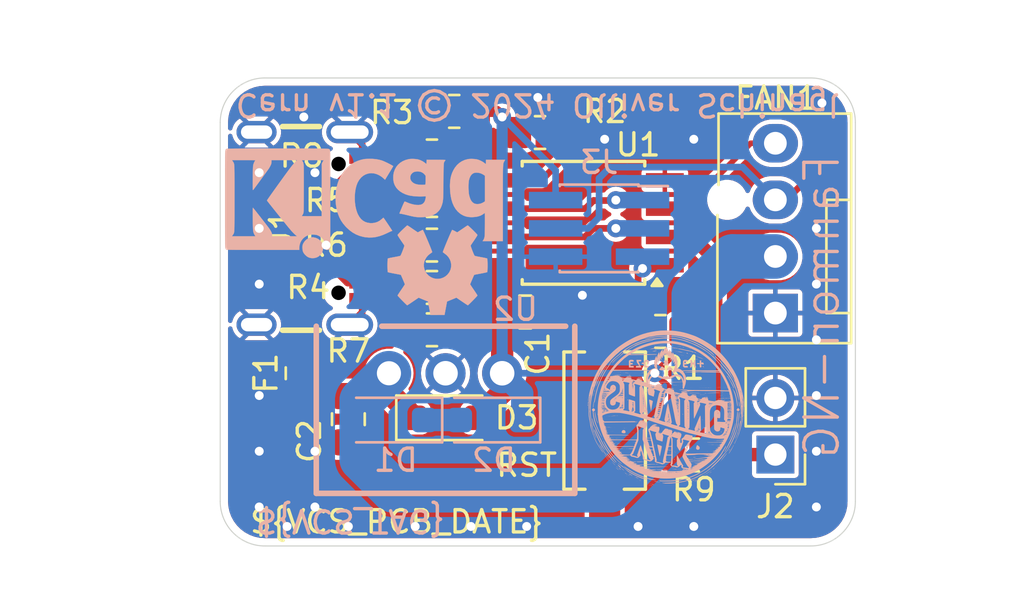
<source format=kicad_pcb>
(kicad_pcb
	(version 20240108)
	(generator "pcbnew")
	(generator_version "8.0")
	(general
		(thickness 1.6)
		(legacy_teardrops no)
	)
	(paper "A5")
	(title_block
		(title "Fanmon-NG")
		(date "${VCS_PCB_TIMEDATE}")
		(rev "${VCS_TAG}")
		(company "Yak Shaving https://yak-shaving.net")
		(comment 1 "Cern v1.1 © 2024 Olliver Schinagl")
		(comment 2 "https://gitlab.com/olliver/fanmon-ng_PCB")
	)
	(layers
		(0 "F.Cu" signal)
		(31 "B.Cu" signal)
		(32 "B.Adhes" user "B.Adhesive")
		(33 "F.Adhes" user "F.Adhesive")
		(34 "B.Paste" user)
		(35 "F.Paste" user)
		(36 "B.SilkS" user "B.Silkscreen")
		(37 "F.SilkS" user "F.Silkscreen")
		(38 "B.Mask" user)
		(39 "F.Mask" user)
		(40 "Dwgs.User" user "User.Drawings")
		(41 "Cmts.User" user "User.Comments")
		(42 "Eco1.User" user "User.Eco1")
		(43 "Eco2.User" user "User.Eco2")
		(44 "Edge.Cuts" user)
		(45 "Margin" user)
		(46 "B.CrtYd" user "B.Courtyard")
		(47 "F.CrtYd" user "F.Courtyard")
		(48 "B.Fab" user)
		(49 "F.Fab" user)
		(50 "User.1" user)
		(51 "User.2" user)
		(52 "User.3" user)
		(53 "User.4" user)
		(54 "User.5" user)
		(55 "User.6" user)
		(56 "User.7" user)
		(57 "User.8" user)
		(58 "User.9" user)
	)
	(setup
		(stackup
			(layer "F.SilkS"
				(type "Top Silk Screen")
			)
			(layer "F.Paste"
				(type "Top Solder Paste")
			)
			(layer "F.Mask"
				(type "Top Solder Mask")
				(thickness 0.01)
			)
			(layer "F.Cu"
				(type "copper")
				(thickness 0.035)
			)
			(layer "dielectric 1"
				(type "core")
				(thickness 1.51)
				(material "FR4")
				(epsilon_r 4.5)
				(loss_tangent 0.02)
			)
			(layer "B.Cu"
				(type "copper")
				(thickness 0.035)
			)
			(layer "B.Mask"
				(type "Bottom Solder Mask")
				(thickness 0.01)
			)
			(layer "B.Paste"
				(type "Bottom Solder Paste")
			)
			(layer "B.SilkS"
				(type "Bottom Silk Screen")
			)
			(copper_finish "None")
			(dielectric_constraints no)
		)
		(pad_to_mask_clearance 0)
		(allow_soldermask_bridges_in_footprints no)
		(grid_origin 105 62)
		(pcbplotparams
			(layerselection 0x00010fc_ffffffff)
			(plot_on_all_layers_selection 0x0000000_00000000)
			(disableapertmacros no)
			(usegerberextensions no)
			(usegerberattributes yes)
			(usegerberadvancedattributes yes)
			(creategerberjobfile yes)
			(dashed_line_dash_ratio 12.000000)
			(dashed_line_gap_ratio 3.000000)
			(svgprecision 6)
			(plotframeref no)
			(viasonmask no)
			(mode 1)
			(useauxorigin no)
			(hpglpennumber 1)
			(hpglpenspeed 20)
			(hpglpendiameter 15.000000)
			(pdf_front_fp_property_popups yes)
			(pdf_back_fp_property_popups yes)
			(dxfpolygonmode yes)
			(dxfimperialunits yes)
			(dxfusepcbnewfont yes)
			(psnegative no)
			(psa4output no)
			(plotreference yes)
			(plotvalue yes)
			(plotfptext yes)
			(plotinvisibletext no)
			(sketchpadsonfab no)
			(subtractmaskfromsilk no)
			(outputformat 1)
			(mirror no)
			(drillshape 1)
			(scaleselection 1)
			(outputdirectory "")
		)
	)
	(net 0 "")
	(net 1 "GND")
	(net 2 "+3V3")
	(net 3 "VBUS")
	(net 4 "Net-(D1-K)")
	(net 5 "Net-(F1-Pad1)")
	(net 6 "PWM1")
	(net 7 "FAN1")
	(net 8 "TEMP1")
	(net 9 "~{RST}")
	(net 10 "unconnected-(J1-SBU1-PadA8)")
	(net 11 "Net-(J1-CC2)")
	(net 12 "Net-(J1-CC1)")
	(net 13 "Net-(J1-D+-PadA6)")
	(net 14 "Net-(J1-D--PadA7)")
	(net 15 "unconnected-(J1-SBU2-PadB8)")
	(net 16 "D-")
	(net 17 "D+")
	(net 18 "MISO")
	(net 19 "MOSI")
	(net 20 "SCK")
	(footprint "Resistor_SMD:R_0805_2012Metric_Pad1.20x1.40mm_HandSolder" (layer "F.Cu") (at 112 68.415))
	(footprint "Resistor_SMD:R_0805_2012Metric_Pad1.20x1.40mm_HandSolder" (layer "F.Cu") (at 100.25 57))
	(footprint "Resistor_SMD:R_0805_2012Metric_Pad1.20x1.40mm_HandSolder" (layer "F.Cu") (at 100.25 60.9 180))
	(footprint "Resistor_SMD:R_0805_2012Metric_Pad1.20x1.40mm_HandSolder" (layer "F.Cu") (at 101.25 53 180))
	(footprint "NetTie:NetTie-2_SMD_Pad0.5mm" (layer "F.Cu") (at 108 57 180))
	(footprint "Resistor_SMD:R_0805_2012Metric_Pad1.20x1.40mm_HandSolder" (layer "F.Cu") (at 110.5 62.875 180))
	(footprint "lcsc:USB-C-SMD_MC-311D" (layer "F.Cu") (at 94.75 58.25 -90))
	(footprint "Connector_PinHeader_2.54mm:PinHeader_1x02_P2.54mm_Vertical" (layer "F.Cu") (at 115.66 68.4 180))
	(footprint "Capacitor_SMD:C_0805_2012Metric_Pad1.18x1.45mm_HandSolder" (layer "F.Cu") (at 96.5 66.8125 -90))
	(footprint "Capacitor_SMD:C_0805_2012Metric_Pad1.18x1.45mm_HandSolder" (layer "F.Cu") (at 104.4375 62))
	(footprint "Resistor_SMD:R_0805_2012Metric_Pad1.20x1.40mm_HandSolder" (layer "F.Cu") (at 100.25 55))
	(footprint "Resistor_SMD:R_0805_2012Metric_Pad1.20x1.40mm_HandSolder" (layer "F.Cu") (at 100.25 62.8 180))
	(footprint "lcsc:SW-SMD_L6.0-W3.5-LS8.0" (layer "F.Cu") (at 108 66.875 -90))
	(footprint "Diode_SMD:D_SOD-123F" (layer "F.Cu") (at 100.86 66.75))
	(footprint "Resistor_SMD:R_0805_2012Metric_Pad1.20x1.40mm_HandSolder" (layer "F.Cu") (at 100.25 59 180))
	(footprint "Resistor_SMD:R_0805_2012Metric_Pad1.20x1.40mm_HandSolder" (layer "F.Cu") (at 105.1 53.95))
	(footprint "Package_SO:SOIC-8W_5.3x5.3mm_P1.27mm" (layer "F.Cu") (at 107.05 58 180))
	(footprint "Fuse:Fuse_0805_2012Metric_Pad1.15x1.40mm_HandSolder" (layer "F.Cu") (at 94.4 64.75 -90))
	(footprint "Connector:FanPinHeader_1x04_P2.54mm_Vertical" (layer "F.Cu") (at 115.66 62.05 90))
	(footprint "NetTie:NetTie-2_SMD_Pad0.5mm" (layer "F.Cu") (at 108 58.25 180))
	(footprint "Connector_PinHeader_1.27mm:PinHeader_2x03_P1.27mm_Vertical_SMD" (layer "B.Cu") (at 107.75 58.25 180))
	(footprint "Symbol:OSHW-Logo_5.7x6mm_SilkScreen" (layer "B.Cu") (at 100.493725 59.122203))
	(footprint "Diode_SMD:D_SOD-123F" (layer "B.Cu") (at 102.9 66.85 180))
	(footprint "Diode_SMD:D_SOD-123F" (layer "B.Cu") (at 98.5 66.85 180))
	(footprint "LOGO"
		(layer "B.Cu")
		(uuid "803d6a13-e326-43e8-bd56-d0a104313743")
		(at 110.75 66.375)
		(property "Reference" "YS0"
			(at 0 0 0)
			(layer "B.SilkS")
			(hide yes)
			(uuid "fdef20e8-1b21-419a-8951-ab80fdd8725d")
			(effects
				(font
					(size 1.5 1.5)
					(thickness 0.3)
				)
				(justify mirror)
			)
		)
		(property "Value" "LOGO"
			(at 0.75 0 0)
			(layer "B.SilkS")
			(hide yes)
			(uuid "6cb5f2e6-9405-4008-ba64-a74ed1e9562f")
			(effects
				(font
					(size 1.5 1.5)
					(thickness 0.3)
				)
				(justify mirror)
			)
		)
		(property "Footprint" ""
			(at 0 0 0)
			(layer "B.Fab")
			(hide yes)
			(uuid "9c55eb50-8728-4a95-b358-2e91f69a6c18")
			(effects
				(font
					(size 1.27 1.27)
					(thickness 0.15)
				)
				(justify mirror)
			)
		)
		(property "Datasheet" ""
			(at 0 0 0)
			(layer "B.Fab")
			(hide yes)
			(uuid "2be5e350-f81c-43b1-bed3-fb61b73db9f0")
			(effects
				(font
					(size 1.27 1.27)
					(thickness 0.15)
				)
				(justify mirror)
			)
		)
		(property "Description" ""
			(at 0 0 0)
			(layer "B.Fab")
			(hide yes)
			(uuid "eeee359d-6732-4af6-b83d-327649c21d0f")
			(effects
				(font
					(size 1.27 1.27)
					(thickness 0.15)
				)
				(justify mirror)
			)
		)
		(attr board_only exclude_from_pos_files exclude_from_bom)
		(fp_poly
			(pts
				(xy -3.509258 0.201471) (xy -3.512921 0.197807) (xy -3.516585 0.201471) (xy -3.512921 0.205134)
			)
			(stroke
				(width 0)
				(type solid)
			)
			(fill solid)
			(layer "B.SilkS")
			(uuid "5d9b1564-fcfa-4c1c-b60f-0f2d3761bf56")
		)
		(fp_poly
			(pts
				(xy -3.501932 -0.106231) (xy -3.505595 -0.109894) (xy -3.509258 -0.106231) (xy -3.505595 -0.102568)
			)
			(stroke
				(width 0)
				(type solid)
			)
			(fill solid)
			(layer "B.SilkS")
			(uuid "511a25b9-5128-480e-b96f-e41e732faeab")
		)
		(fp_poly
			(pts
				(xy -3.501932 0.289385) (xy -3.505595 0.285722) (xy -3.509258 0.289385) (xy -3.505595 0.293048)
			)
			(stroke
				(width 0)
				(type solid)
			)
			(fill solid)
			(layer "B.SilkS")
			(uuid "2854bae5-1410-4bb4-817f-a11f3b919773")
		)
		(fp_poly
			(pts
				(xy -3.465301 0.538477) (xy -3.468964 0.534814) (xy -3.472627 0.538477) (xy -3.468964 0.54214)
			)
			(stroke
				(width 0)
				(type solid)
			)
			(fill solid)
			(layer "B.SilkS")
			(uuid "a9dc5c99-4165-47d4-8fe8-d80c0e4d954b")
		)
		(fp_poly
			(pts
				(xy -3.164926 -0.94142) (xy -3.168589 -0.945083) (xy -3.172252 -0.94142) (xy -3.168589 -0.937756)
			)
			(stroke
				(width 0)
				(type solid)
			)
			(fill solid)
			(layer "B.SilkS")
			(uuid "1a751c13-a04b-4a1e-b4b4-54401719f86f")
		)
		(fp_poly
			(pts
				(xy -3.1576 -0.956072) (xy -3.161263 -0.959735) (xy -3.164926 -0.956072) (xy -3.161263 -0.952409)
			)
			(stroke
				(width 0)
				(type solid)
			)
			(fill solid)
			(layer "B.SilkS")
			(uuid "d80e9a34-b506-4bbc-9f8c-e0bb19f78355")
		)
		(fp_poly
			(pts
				(xy -3.135621 -1.322383) (xy -3.139284 -1.326046) (xy -3.142947 -1.322383) (xy -3.139284 -1.31872)
			)
			(stroke
				(width 0)
				(type solid)
			)
			(fill solid)
			(layer "B.SilkS")
			(uuid "5366eef4-98a7-4168-9d1a-0fbbd039772b")
		)
		(fp_poly
			(pts
				(xy -3.091664 1.373666) (xy -3.095327 1.370002) (xy -3.09899 1.373666) (xy -3.095327 1.377329)
			)
			(stroke
				(width 0)
				(type solid)
			)
			(fill solid)
			(layer "B.SilkS")
			(uuid "f7ee468e-5620-4d49-b696-4a8b51a8dcc9")
		)
		(fp_poly
			(pts
				(xy -3.011075 1.52019) (xy -3.014739 1.516527) (xy -3.018402 1.52019) (xy -3.014739 1.523853)
			)
			(stroke
				(width 0)
				(type solid)
			)
			(fill solid)
			(layer "B.SilkS")
			(uuid "193957c7-dabc-4d58-8212-3fc7ebe478ea")
		)
		(fp_poly
			(pts
				(xy -2.981771 -1.652063) (xy -2.985434 -1.655726) (xy -2.989097 -1.652063) (xy -2.985434 -1.6484)
			)
			(stroke
				(width 0)
				(type solid)
			)
			(fill solid)
			(layer "B.SilkS")
			(uuid "b0e63500-596d-42db-b070-7ac4935760e1")
		)
		(fp_poly
			(pts
				(xy -2.842572 -0.399279) (xy -2.846235 -0.402942) (xy -2.849899 -0.399279) (xy -2.846235 -0.395616)
			)
			(stroke
				(width 0)
				(type solid)
			)
			(fill solid)
			(layer "B.SilkS")
			(uuid "a244c31f-38cb-4c60-947c-9396eb92532d")
		)
		(fp_poly
			(pts
				(xy -2.835246 -0.560456) (xy -2.838909 -0.564119) (xy -2.842572 -0.560456) (xy -2.838909 -0.556793)
			)
			(stroke
				(width 0)
				(type solid)
			)
			(fill solid)
			(layer "B.SilkS")
			(uuid "71798489-3e0a-40ec-a947-488eba5086f7")
		)
		(fp_poly
			(pts
				(xy -2.820594 -0.28206) (xy -2.824257 -0.285723) (xy -2.82792 -0.28206) (xy -2.824257 -0.278397)
			)
			(stroke
				(width 0)
				(type solid)
			)
			(fill solid)
			(layer "B.SilkS")
			(uuid "f74bde50-6bc9-4283-8cd6-fd6eb44407ab")
		)
		(fp_poly
			(pts
				(xy -2.813268 0.289385) (xy -2.816931 0.285722) (xy -2.820594 0.289385) (xy -2.816931 0.293048)
			)
			(stroke
				(width 0)
				(type solid)
			)
			(fill solid)
			(layer "B.SilkS")
			(uuid "074e9fa3-ab57-460d-b770-85b5b97fdaa7")
		)
		(fp_poly
			(pts
				(xy -2.798615 -0.16484) (xy -2.802278 -0.168503) (xy -2.805941 -0.16484) (xy -2.802278 -0.161177)
			)
			(stroke
				(width 0)
				(type solid)
			)
			(fill solid)
			(layer "B.SilkS")
			(uuid "2dda813c-665f-4d5d-ad31-32ad60e30955")
		)
		(fp_poly
			(pts
				(xy -2.791289 -0.01099) (xy -2.794952 -0.014653) (xy -2.798615 -0.01099) (xy -2.794952 -0.007327)
			)
			(stroke
				(width 0)
				(type solid)
			)
			(fill solid)
			(layer "B.SilkS")
			(uuid "3b7d1da7-58f1-4544-ac5e-2a519af5114c")
		)
		(fp_poly
			(pts
				(xy -2.76931 -0.897462) (xy -2.772973 -0.901125) (xy -2.776636 -0.897462) (xy -2.772973 -0.893799)
			)
			(stroke
				(width 0)
				(type solid)
			)
			(fill solid)
			(layer "B.SilkS")
			(uuid "8c62cbb6-57db-4f2f-8a8f-55f22a780920")
		)
		(fp_poly
			(pts
				(xy -2.761984 0.53115) (xy -2.765647 0.527487) (xy -2.76931 0.53115) (xy -2.765647 0.534814)
			)
			(stroke
				(width 0)
				(type solid)
			)
			(fill solid)
			(layer "B.SilkS")
			(uuid "1a3e85c8-64e4-4d74-8642-d5168515fca6")
		)
		(fp_poly
			(pts
				(xy -2.740005 -0.721633) (xy -2.743668 -0.725296) (xy -2.747332 -0.721633) (xy -2.743668 -0.71797)
			)
			(stroke
				(width 0)
				(type solid)
			)
			(fill solid)
			(layer "B.SilkS")
			(uuid "9e5199bd-4fff-497f-ae34-020464cf0463")
		)
		(fp_poly
			(pts
				(xy -2.740005 0.677675) (xy -2.743668 0.674012) (xy -2.747332 0.677675) (xy -2.743668 0.681338)
			)
			(stroke
				(width 0)
				(type solid)
			)
			(fill solid)
			(layer "B.SilkS")
			(uuid "faba4d36-a0cd-469d-bbf5-b62e474afb34")
		)
		(fp_poly
			(pts
				(xy -2.732679 -0.641045) (xy -2.736342 -0.644708) (xy -2.740005 -0.641045) (xy -2.736342 -0.637381)
			)
			(stroke
				(width 0)
				(type solid)
			)
			(fill solid)
			(layer "B.SilkS")
			(uuid "cf1589fe-b551-47d4-b532-3458361c855d")
		)
		(fp_poly
			(pts
				(xy -2.732679 -0.01099) (xy -2.736342 -0.014653) (xy -2.740005 -0.01099) (xy -2.736342 -0.007327)
			)
			(stroke
				(width 0)
				(type solid)
			)
			(fill solid)
			(layer "B.SilkS")
			(uuid "82304bfe-b40a-4466-bbc9-80efc37bd75b")
		)
		(fp_poly
			(pts
				(xy -2.725353 -0.787569) (xy -2.729016 -0.791232) (xy -2.732679 -0.787569) (xy -2.729016 -0.783906)
			)
			(stroke
				(width 0)
				(type solid)
			)
			(fill solid)
			(layer "B.SilkS")
			(uuid "3955684a-e968-479c-9e5a-4989eb444e5c")
		)
		(fp_poly
			(pts
				(xy -2.725353 -0.567782) (xy -2.729016 -0.571445) (xy -2.732679 -0.567782) (xy -2.729016 -0.564119)
			)
			(stroke
				(width 0)
				(type solid)
			)
			(fill solid)
			(layer "B.SilkS")
			(uuid "1379731d-48d8-49d9-81e3-c5c89e9f5a5e")
		)
		(fp_poly
			(pts
				(xy -2.696048 -0.721633) (xy -2.699711 -0.725296) (xy -2.703374 -0.721633) (xy -2.699711 -0.71797)
			)
			(stroke
				(width 0)
				(type solid)
			)
			(fill solid)
			(layer "B.SilkS")
			(uuid "406ae91a-aa57-47f2-936b-ca9177820438")
		)
		(fp_poly
			(pts
				(xy -2.688722 -0.047621) (xy -2.692385 -0.051284) (xy -2.696048 -0.047621) (xy -2.692385 -0.043958)
			)
			(stroke
				(width 0)
				(type solid)
			)
			(fill solid)
			(layer "B.SilkS")
			(uuid "02f195ed-054d-4296-a398-3d94e46f1c43")
		)
		(fp_poly
			(pts
				(xy -2.659417 -0.860831) (xy -2.66308 -0.864494) (xy -2.666743 -0.860831) (xy -2.66308 -0.857168)
			)
			(stroke
				(width 0)
				(type solid)
			)
			(fill solid)
			(layer "B.SilkS")
			(uuid "141c6eb6-72e8-40f6-92ec-4518a40c0988")
		)
		(fp_poly
			(pts
				(xy -2.659417 0.882809) (xy -2.66308 0.879146) (xy -2.666743 0.882809) (xy -2.66308 0.886472)
			)
			(stroke
				(width 0)
				(type solid)
			)
			(fill solid)
			(layer "B.SilkS")
			(uuid "f6753e6b-f712-417f-978f-f17507bd1398")
		)
		(fp_poly
			(pts
				(xy -2.659417 1.959763) (xy -2.66308 1.9561) (xy -2.666743 1.959763) (xy -2.66308 1.963426)
			)
			(stroke
				(width 0)
				(type solid)
			)
			(fill solid)
			(layer "B.SilkS")
			(uuid "7481a68b-75da-48fc-954f-5be2abe0bcc1")
		)
		(fp_poly
			(pts
				(xy -2.644764 0.296711) (xy -2.648428 0.293048) (xy -2.652091 0.296711) (xy -2.648428 0.300375)
			)
			(stroke
				(width 0)
				(type solid)
			)
			(fill solid)
			(layer "B.SilkS")
			(uuid "42fd24e6-e0fb-4fb2-b6f3-4c592e87b08b")
		)
		(fp_poly
			(pts
				(xy -2.637438 1.014681) (xy -2.641101 1.011018) (xy -2.644764 1.014681) (xy -2.641101 1.018344)
			)
			(stroke
				(width 0)
				(type solid)
			)
			(fill solid)
			(layer "B.SilkS")
			(uuid "40105fa4-c5f5-4b8b-9513-6bd503699197")
		)
		(fp_poly
			(pts
				(xy -2.630112 0.296711) (xy -2.633775 0.293048) (xy -2.637438 0.296711) (xy -2.633775 0.300375)
			)
			(stroke
				(width 0)
				(type solid)
			)
			(fill solid)
			(layer "B.SilkS")
			(uuid "b385f339-4103-4983-add8-e0d1900a79bf")
		)
		(fp_poly
			(pts
				(xy -2.630112 0.956071) (xy -2.633775 0.952408) (xy -2.637438 0.956071) (xy -2.633775 0.959734)
			)
			(stroke
				(width 0)
				(type solid)
			)
			(fill solid)
			(layer "B.SilkS")
			(uuid "db7d04d3-d0fb-4703-a969-394572f9cccc")
		)
		(fp_poly
			(pts
				(xy -2.608133 0.956071) (xy -2.611797 0.952408) (xy -2.61546 0.956071) (xy -2.611797 0.959734)
			)
			(stroke
				(width 0)
				(type solid)
			)
			(fill solid)
			(layer "B.SilkS")
			(uuid "8b893435-0ce6-48fa-a6c4-0a7206b7b03b")
		)
		(fp_poly
			(pts
				(xy -2.593481 0.054946) (xy -2.597144 0.051283) (xy -2.600807 0.054946) (xy -2.597144 0.058609)
			)
			(stroke
				(width 0)
				(type solid)
			)
			(fill solid)
			(layer "B.SilkS")
			(uuid "9551722d-8a09-49d0-ba0c-48c9ec964ad5")
		)
		(fp_poly
			(pts
				(xy -2.593481 1.102595) (xy -2.597144 1.098932) (xy -2.600807 1.102595) (xy -2.597144 1.106259)
			)
			(stroke
				(width 0)
				(type solid)
			)
			(fill solid)
			(layer "B.SilkS")
			(uuid "54efb854-e29b-4f2f-84d6-4590db57a28b")
		)
		(fp_poly
			(pts
				(xy -2.55685 -0.816874) (xy -2.560513 -0.820537) (xy -2.564176 -0.816874) (xy -2.560513 -0.813211)
			)
			(stroke
				(width 0)
				(type solid)
			)
			(fill solid)
			(layer "B.SilkS")
			(uuid "5333b6ab-eafd-4ba6-967c-67a5f7b3f6bf")
		)
		(fp_poly
			(pts
				(xy -2.512893 0.304038) (xy -2.516556 0.300375) (xy -2.520219 0.304038) (xy -2.516556 0.307701)
			)
			(stroke
				(width 0)
				(type solid)
			)
			(fill solid)
			(layer "B.SilkS")
			(uuid "fe4fedd0-5eb0-4a6f-a6d7-f36cf1948cf0")
		)
		(fp_poly
			(pts
				(xy -2.505566 1.241794) (xy -2.509229 1.238131) (xy -2.512893 1.241794) (xy -2.509229 1.245457)
			)
			(stroke
				(width 0)
				(type solid)
			)
			(fill solid)
			(layer "B.SilkS")
			(uuid "5475b12f-7241-4f98-ad73-74da21bf4b38")
		)
		(fp_poly
			(pts
				(xy -2.505566 2.252812) (xy -2.509229 2.249149) (xy -2.512893 2.252812) (xy -2.509229 2.256475)
			)
			(stroke
				(width 0)
				(type solid)
			)
			(fill solid)
			(layer "B.SilkS")
			(uuid "ddb151b1-c81f-4ecb-b763-683cf6b170b9")
		)
		(fp_poly
			(pts
				(xy -2.505566 2.399336) (xy -2.509229 2.395673) (xy -2.512893 2.399336) (xy -2.509229 2.402999)
			)
			(stroke
				(width 0)
				(type solid)
			)
			(fill solid)
			(layer "B.SilkS")
			(uuid "7b6ea48b-2c32-4be2-83a8-b55fd68dd47f")
		)
		(fp_poly
			(pts
				(xy -2.49824 0.304038) (xy -2.501903 0.300375) (xy -2.505566 0.304038) (xy -2.501903 0.307701)
			)
			(stroke
				(width 0)
				(type solid)
			)
			(fill solid)
			(layer "B.SilkS")
			(uuid "0e1a4294-8bb0-4153-bf1f-26fcf00222b2")
		)
		(fp_poly
			(pts
				(xy -2.490914 2.413989) (xy -2.494577 2.410325) (xy -2.49824 2.413989) (xy -2.494577 2.417652)
			)
			(stroke
				(width 0)
				(type solid)
			)
			(fill solid)
			(layer "B.SilkS")
			(uuid "08672ff7-5120-4874-bde1-b01ab426718d")
		)
		(fp_poly
			(pts
				(xy -2.483588 0.296711) (xy -2.487251 0.293048) (xy -2.490914 0.296711) (xy -2.487251 0.300375)
			)
			(stroke
				(width 0)
				(type solid)
			)
			(fill solid)
			(layer "B.SilkS")
			(uuid "125dcff1-6708-4dd6-baa5-46306152d59c")
		)
		(fp_poly
			(pts
				(xy -2.483588 0.97805) (xy -2.487251 0.974387) (xy -2.490914 0.97805) (xy -2.487251 0.981713)
			)
			(stroke
				(width 0)
				(type solid)
			)
			(fill solid)
			(layer "B.SilkS")
			(uuid "aa385037-81a9-45c8-b586-ba1d01ecf2e3")
		)
		(fp_poly
			(pts
				(xy -2.468935 -1.542169) (xy -2.472598 -1.545833) (xy -2.476261 -1.542169) (xy -2.472598 -1.538506)
			)
			(stroke
				(width 0)
				(type solid)
			)
			(fill solid)
			(layer "B.SilkS")
			(uuid "b724dba0-97d0-4ff4-a863-91903d2ba556")
		)
		(fp_poly
			(pts
				(xy -2.468935 0.97805) (xy -2.472598 0.974387) (xy -2.476261 0.97805) (xy -2.472598 0.981713)
			)
			(stroke
				(width 0)
				(type solid)
			)
			(fill solid)
			(layer "B.SilkS")
			(uuid "2b1907c5-2c19-4e27-aaf2-fd524d64f225")
		)
		(fp_poly
			(pts
				(xy -2.468935 1.271098) (xy -2.472598 1.267435) (xy -2.476261 1.271098) (xy -2.472598 1.274762)
			)
			(stroke
				(width 0)
				(type solid)
			)
			(fill solid)
			(layer "B.SilkS")
			(uuid "a45e3dd7-45a2-4563-949e-72f43ae45b1f")
		)
		(fp_poly
			(pts
				(xy -2.454283 0.97805) (xy -2.457946 0.974387) (xy -2.461609 0.97805) (xy -2.457946 0.981713)
			)
			(stroke
				(width 0)
				(type solid)
			)
			(fill solid)
			(layer "B.SilkS")
			(uuid "37f0ac48-8a46-4f3d-ad08-28ffa4c2164b")
		)
		(fp_poly
			(pts
				(xy -2.432304 -1.571474) (xy -2.435967 -1.575137) (xy -2.43963 -1.571474) (xy -2.435967 -1.567811)
			)
			(stroke
				(width 0)
				(type solid)
			)
			(fill solid)
			(layer "B.SilkS")
			(uuid "d9989016-7074-4140-8ad2-cf6fd650c773")
		)
		(fp_poly
			(pts
				(xy -2.417652 0.970724) (xy -2.421315 0.96706) (xy -2.424978 0.970724) (xy -2.421315 0.974387)
			)
			(stroke
				(width 0)
				(type solid)
			)
			(fill solid)
			(layer "B.SilkS")
			(uuid "4a61a9a8-fe26-424a-a69c-370d3f60fb6b")
		)
		(fp_poly
			(pts
				(xy -2.417652 0.985376) (xy -2.421315 0.981713) (xy -2.424978 0.985376) (xy -2.421315 0.989039)
			)
			(stroke
				(width 0)
				(type solid)
			)
			(fill solid)
			(layer "B.SilkS")
			(uuid "1d54c0e4-415c-4051-bd61-48052feb8208")
		)
		(fp_poly
			(pts
				(xy -2.402999 0.816873) (xy -2.406662 0.81321) (xy -2.410325 0.816873) (xy -2.406662 0.820536)
			)
			(stroke
				(width 0)
				(type solid)
			)
			(fill solid)
			(layer "B.SilkS")
			(uuid "8efa8da9-f078-460a-91ee-b7faf647d9fe")
		)
		(fp_poly
			(pts
				(xy -2.402999 0.97805) (xy -2.406662 0.974387) (xy -2.410325 0.97805) (xy -2.406662 0.981713)
			)
			(stroke
				(width 0)
				(type solid)
			)
			(fill solid)
			(layer "B.SilkS")
			(uuid "553b08c8-ec48-4682-b540-fe86ddbb4958")
		)
		(fp_poly
			(pts
				(xy -2.395673 -1.63741) (xy -2.399336 -1.641073) (xy -2.402999 -1.63741) (xy -2.399336 -1.633747)
			)
			(stroke
				(width 0)
				(type solid)
			)
			(fill solid)
			(layer "B.SilkS")
			(uuid "8c261995-52f3-46e9-bc9b-b3c1ad5c3890")
		)
		(fp_poly
			(pts
				(xy -2.373694 0.824199) (xy -2.377358 0.820536) (xy -2.381021 0.824199) (xy -2.377358 0.827862)
			)
			(stroke
				(width 0)
				(type solid)
			)
			(fill solid)
			(layer "B.SilkS")
			(uuid "417ec07a-892f-4709-a8ef-08f0d7682368")
		)
		(fp_poly
			(pts
				(xy -2.366368 -1.564148) (xy -2.370031 -1.567811) (xy -2.373694 -1.564148) (xy -2.370031 -1.560485)
			)
			(stroke
				(width 0)
				(type solid)
			)
			(fill solid)
			(layer "B.SilkS")
			(uuid "8a1b4dc3-3def-4b4e-af5a-7fa9861150e1")
		)
		(fp_poly
			(pts
				(xy -2.366368 1.439602) (xy -2.370031 1.435938) (xy -2.373694 1.439602) (xy -2.370031 1.443265)
			)
			(stroke
				(width 0)
				(type solid)
			)
			(fill solid)
			(layer "B.SilkS")
			(uuid "1efd4fa2-944c-4b24-ac3b-92fab17bbd7a")
		)
		(fp_poly
			(pts
				(xy -2.351716 0.985376) (xy -2.355379 0.981713) (xy -2.359042 0.985376) (xy -2.355379 0.989039)
			)
			(stroke
				(width 0)
				(type solid)
			)
			(fill solid)
			(layer "B.SilkS")
			(uuid "ca05da9c-bac9-4b0a-b407-06d7a458790c")
		)
		(fp_poly
			(pts
				(xy -2.351716 1.285751) (xy -2.355379 1.282088) (xy -2.359042 1.285751) (xy -2.355379 1.289414)
			)
			(stroke
				(width 0)
				(type solid)
			)
			(fill solid)
			(layer "B.SilkS")
			(uuid "88b8a1b3-5e73-41d1-a817-440951e4732d")
		)
		(fp_poly
			(pts
				(xy -2.34439 1.439602) (xy -2.348053 1.435938) (xy -2.351716 1.439602) (xy -2.348053 1.443265)
			)
			(stroke
				(width 0)
				(type solid)
			)
			(fill solid)
			(layer "B.SilkS")
			(uuid "cf18da0a-04d7-4fe9-8d88-faaca83979c0")
		)
		(fp_poly
			(pts
				(xy -2.337063 1.285751) (xy -2.340726 1.282088) (xy -2.34439 1.285751) (xy -2.340726 1.289414)
			)
			(stroke
				(width 0)
				(type solid)
			)
			(fill solid)
			(layer "B.SilkS")
			(uuid "b7029f43-3a48-451a-9811-d770b428204e")
		)
		(fp_poly
			(pts
				(xy -2.293106 -1.527517) (xy -2.296769 -1.53118) (xy -2.300432 -1.527517) (xy -2.296769 -1.523854)
			)
			(stroke
				(width 0)
				(type solid)
			)
			(fill solid)
			(layer "B.SilkS")
			(uuid "11578459-7f93-42ad-9c90-ffd568f55569")
		)
		(fp_poly
			(pts
				(xy -2.28578 1.600778) (xy -2.289443 1.597115) (xy -2.293106 1.600778) (xy -2.289443 1.604441)
			)
			(stroke
				(width 0)
				(type solid)
			)
			(fill solid)
			(layer "B.SilkS")
			(uuid "e87ff4e3-112c-4fba-ab20-aaea94408bac")
		)
		(fp_poly
			(pts
				(xy -2.278454 1.549495) (xy -2.282117 1.545832) (xy -2.28578 1.549495) (xy -2.282117 1.553158)
			)
			(stroke
				(width 0)
				(type solid)
			)
			(fill solid)
			(layer "B.SilkS")
			(uuid "3af0ce4e-6bd4-45f0-979d-bba8d10f9081")
		)
		(fp_poly
			(pts
				(xy -2.271127 1.593452) (xy -2.27479 1.589789) (xy -2.278454 1.593452) (xy -2.27479 1.597115)
			)
			(stroke
				(width 0)
				(type solid)
			)
			(fill solid)
			(layer "B.SilkS")
			(uuid "e3ef778a-276e-4832-95d5-74c5a080782e")
		)
		(fp_poly
			(pts
				(xy -2.263801 0.816873) (xy -2.267464 0.81321) (xy -2.271127 0.816873) (xy -2.267464 0.820536)
			)
			(stroke
				(width 0)
				(type solid)
			)
			(fill solid)
			(layer "B.SilkS")
			(uuid "7bc0f07a-a542-4f5f-b8ae-6b94877e89b8")
		)
		(fp_poly
			(pts
				(xy -2.263801 1.630083) (xy -2.267464 1.62642) (xy -2.271127 1.630083) (xy -2.267464 1.633746)
			)
			(stroke
				(width 0)
				(type solid)
			)
			(fill solid)
			(layer "B.SilkS")
			(uuid "aca3b11a-ae46-4c6c-8e74-d895081dff53")
		)
		(fp_poly
			(pts
				(xy -2.263801 2.589818) (xy -2.267464 2.586155) (xy -2.271127 2.589818) (xy -2.267464 2.593481)
			)
			(stroke
				(width 0)
				(type solid)
			)
			(fill solid)
			(layer "B.SilkS")
			(uuid "ffc439f3-30ac-43d9-88af-dc55e6cdd773")
		)
		(fp_poly
			(pts
				(xy -2.212518 1.542169) (xy -2.216181 1.538505) (xy -2.219844 1.542169) (xy -2.216181 1.545832)
			)
			(stroke
				(width 0)
				(type solid)
			)
			(fill solid)
			(layer "B.SilkS")
			(uuid "b67b4a37-8315-4f7b-a6c4-45869724ce15")
		)
		(fp_poly
			(pts
				(xy -2.205191 2.399336) (xy -2.208854 2.395673) (xy -2.212518 2.399336) (xy -2.208854 2.402999)
			)
			(stroke
				(width 0)
				(type solid)
			)
			(fill solid)
			(layer "B.SilkS")
			(uuid "afdd2bb7-4cfe-463e-8f4c-a44689aa8567")
		)
		(fp_poly
			(pts
				(xy -2.197865 -1.622758) (xy -2.201528 -1.626421) (xy -2.205191 -1.622758) (xy -2.201528 -1.619095)
			)
			(stroke
				(width 0)
				(type solid)
			)
			(fill solid)
			(layer "B.SilkS")
			(uuid "86de6df7-bfdc-469a-94ea-fc082f38ba65")
		)
		(fp_poly
			(pts
				(xy -2.183213 -1.578801) (xy -2.186876 -1.582464) (xy -2.190539 -1.578801) (xy -2.186876 -1.575137)
			)
			(stroke
				(width 0)
				(type solid)
			)
			(fill solid)
			(layer "B.SilkS")
			(uuid "15c8b58a-2299-4ba6-ae6f-3f223206eba4")
		)
		(fp_poly
			(pts
				(xy -2.175886 -1.600779) (xy -2.17955 -1.604442) (xy -2.183213 -1.600779) (xy -2.17955 -1.597116)
			)
			(stroke
				(width 0)
				(type solid)
			)
			(fill solid)
			(layer "B.SilkS")
			(uuid "33f9b170-4dc0-417a-be06-25566a062f03")
		)
		(fp_poly
			(pts
				(xy -2.16856 -1.652063) (xy -2.172223 -1.655726) (xy -2.175886 -1.652063) (xy -2.172223 -1.6484)
			)
			(stroke
				(width 0)
				(type solid)
			)
			(fill solid)
			(layer "B.SilkS")
			(uuid "123b450a-cf28-4b7d-9376-d73b69eafc9f")
		)
		(fp_poly
			(pts
				(xy -2.161234 2.509229) (xy -2.164897 2.505566) (xy -2.16856 2.509229) (xy -2.164897 2.512893)
			)
			(stroke
				(width 0)
				(type solid)
			)
			(fill solid)
			(layer "B.SilkS")
			(uuid "8f594f79-24e4-4e6b-82e1-03223c2d75b3")
		)
		(fp_poly
			(pts
				(xy -2.139255 0.282059) (xy -2.142919 0.278396) (xy -2.146582 0.282059) (xy -2.142919 0.285722)
			)
			(stroke
				(width 0)
				(type solid)
			)
			(fill solid)
			(layer "B.SilkS")
			(uuid "8e37ce99-b2c3-4466-952e-96b61bb9a019")
		)
		(fp_poly
			(pts
				(xy -2.124603 1.769281) (xy -2.128266 1.765618) (xy -2.131929 1.769281) (xy -2.128266 1.772944)
			)
			(stroke
				(width 0)
				(type solid)
			)
			(fill solid)
			(layer "B.SilkS")
			(uuid "ccd48abb-2766-4361-b97f-aa866942bed4")
		)
		(fp_poly
			(pts
				(xy -2.117277 -1.659389) (xy -2.12094 -1.663052) (xy -2.124603 -1.659389) (xy -2.12094 -1.655726)
			)
			(stroke
				(width 0)
				(type solid)
			)
			(fill solid)
			(layer "B.SilkS")
			(uuid "f048641b-62f2-4082-8fce-a05682397e80")
		)
		(fp_poly
			(pts
				(xy -2.117277 -1.600779) (xy -2.12094 -1.604442) (xy -2.124603 -1.600779) (xy -2.12094 -1.597116)
			)
			(stroke
				(width 0)
				(type solid)
			)
			(fill solid)
			(layer "B.SilkS")
			(uuid "99920a5e-be5d-49bc-8920-7e776d991ba4")
		)
		(fp_poly
			(pts
				(xy -2.117277 1.293077) (xy -2.12094 1.289414) (xy -2.124603 1.293077) (xy -2.12094 1.29674)
			)
			(stroke
				(width 0)
				(type solid)
			)
			(fill solid)
			(layer "B.SilkS")
			(uuid "124b6274-56c2-4fd1-90e4-744759ab0964")
		)
		(fp_poly
			(pts
				(xy -2.109951 -1.630084) (xy -2.113614 -1.633747) (xy -2.117277 -1.630084) (xy -2.113614 -1.626421)
			)
			(stroke
				(width 0)
				(type solid)
			)
			(fill solid)
			(layer "B.SilkS")
			(uuid "8541f871-9332-4c2d-9c04-08695b3fab42")
		)
		(fp_poly
			(pts
				(xy -2.109951 2.714364) (xy -2.113614 2.7107) (xy -2.117277 2.714364) (xy -2.113614 2.718027)
			)
			(stroke
				(width 0)
				(type solid)
			)
			(fill solid)
			(layer "B.SilkS")
			(uuid "4909539d-8a79-42c8-945d-17057cb9d53e")
		)
		(fp_poly
			(pts
				(xy -2.102624 -1.659389) (xy -2.106287 -1.663052) (xy -2.109951 -1.659389) (xy -2.106287 -1.655726)
			)
			(stroke
				(width 0)
				(type solid)
			)
			(fill solid)
			(layer "B.SilkS")
			(uuid "9a3694be-3097-4e70-8344-8099aa04d130")
		)
		(fp_poly
			(pts
				(xy -2.080646 1.293077) (xy -2.084309 1.289414) (xy -2.087972 1.293077) (xy -2.084309 1.29674)
			)
			(stroke
				(width 0)
				(type solid)
			)
			(fill solid)
			(layer "B.SilkS")
			(uuid "e60f99e9-9101-4b62-9f91-c3893afe3d04")
		)
		(fp_poly
			(pts
				(xy -2.058667 0.267407) (xy -2.06233 0.263743) (xy -2.065993 0.267407) (xy -2.06233 0.27107)
			)
			(stroke
				(width 0)
				(type solid)
			)
			(fill solid)
			(layer "B.SilkS")
			(uuid "a60f4ce3-b002-4ac4-919e-375b74ffc406")
		)
		(fp_poly
			(pts
				(xy -2.051341 -0.054947) (xy -2.055004 -0.05861) (xy -2.058667 -0.054947) (xy -2.055004 -0.051284)
			)
			(stroke
				(width 0)
				(type solid)
			)
			(fill solid)
			(layer "B.SilkS")
			(uuid "a3948e4e-7a3b-495a-872b-f7731e423998")
		)
		(fp_poly
			(pts
				(xy -2.051341 1.293077) (xy -2.055004 1.289414) (xy -2.058667 1.293077) (xy -2.055004 1.29674)
			)
			(stroke
				(width 0)
				(type solid)
			)
			(fill solid)
			(layer "B.SilkS")
			(uuid "d57c28dd-0f2f-4048-beb8-b7001d9903af")
		)
		(fp_poly
			(pts
				(xy -2.029362 0.267407) (xy -2.033025 0.263743) (xy -2.036688 0.267407) (xy -2.033025 0.27107)
			)
			(stroke
				(width 0)
				(type solid)
			)
			(fill solid)
			(layer "B.SilkS")
			(uuid "3a4513d1-a26c-49a7-9560-4ae6ad606f58")
		)
		(fp_poly
			(pts
				(xy -2.022036 -1.527517) (xy -2.025699 -1.53118) (xy -2.029362 -1.527517) (xy -2.025699 -1.523854)
			)
			(stroke
				(width 0)
				(type solid)
			)
			(fill solid)
			(layer "B.SilkS")
			(uuid "e2560617-0979-4e01-800b-f422415d9770")
		)
		(fp_poly
			(pts
				(xy -2.022036 -0.0696) (xy -2.025699 -0.073263) (xy -2.029362 -0.0696) (xy -2.025699 -0.065936)
			)
			(stroke
				(width 0)
				(type solid)
			)
			(fill solid)
			(layer "B.SilkS")
			(uuid "3ccc7ad3-1699-41f8-83e2-fae75958a6bd")
		)
		(fp_poly
			(pts
				(xy -2.007383 -1.454255) (xy -2.011047 -1.457918) (xy -2.01471 -1.454255) (xy -2.011047 -1.450592)
			)
			(stroke
				(width 0)
				(type solid)
			)
			(fill solid)
			(layer "B.SilkS")
			(uuid "b8355a51-7638-4df6-bacd-b4c64ae761b5")
		)
		(fp_poly
			(pts
				(xy -1.992731 -0.736285) (xy -1.996394 -0.739949) (xy -2.000057 -0.736285) (xy -1.996394 -0.732622)
			)
			(stroke
				(width 0)
				(type solid)
			)
			(fill solid)
			(layer "B.SilkS")
			(uuid "1c85c1b5-ac42-411f-a039-4abeadd1edb5")
		)
		(fp_poly
			(pts
				(xy -1.985405 1.556821) (xy -1.989068 1.553158) (xy -1.992731 1.556821) (xy -1.989068 1.560484)
			)
			(stroke
				(width 0)
				(type solid)
			)
			(fill solid)
			(layer "B.SilkS")
			(uuid "ebe6b568-be67-434d-8d32-90076ff78611")
		)
		(fp_poly
			(pts
				(xy -1.985405 1.90848) (xy -1.989068 1.904816) (xy -1.992731 1.90848) (xy -1.989068 1.912143)
			)
			(stroke
				(width 0)
				(type solid)
			)
			(fill solid)
			(layer "B.SilkS")
			(uuid "d66f2f03-fc9d-44c5-9ea3-b04664879c35")
		)
		(fp_poly
			(pts
				(xy -1.9561 1.90848) (xy -1.959763 1.904816) (xy -1.963426 1.90848) (xy -1.959763 1.912143)
			)
			(stroke
				(width 0)
				(type solid)
			)
			(fill solid)
			(layer "B.SilkS")
			(uuid "9642a166-a0fa-45b4-89af-8a67d2e671c6")
		)
		(fp_poly
			(pts
				(xy -1.948774 -0.216124) (xy -1.952437 -0.219787) (xy -1.9561 -0.216124) (xy -1.952437 -0.212461)
			)
			(stroke
				(width 0)
				(type solid)
			)
			(fill solid)
			(layer "B.SilkS")
			(uuid "60fd9fdf-f19a-461b-a3fe-4533b923a442")
		)
		(fp_poly
			(pts
				(xy -1.941447 -1.432276) (xy -1.945111 -1.435939) (xy -1.948774 -1.432276) (xy -1.945111 -1.428613)
			)
			(stroke
				(width 0)
				(type solid)
			)
			(fill solid)
			(layer "B.SilkS")
			(uuid "8700fded-373d-43d3-87ba-e7a7e4c8c17c")
		)
		(fp_poly
			(pts
				(xy -1.934121 0.838852) (xy -1.937784 0.835188) (xy -1.941447 0.838852) (xy -1.937784 0.842515)
			)
			(stroke
				(width 0)
				(type solid)
			)
			(fill solid)
			(layer "B.SilkS")
			(uuid "db2d55af-544f-415f-a062-d3d6b20744f0")
		)
		(fp_poly
			(pts
				(xy -1.926795 2.011047) (xy -1.930458 2.007383) (xy -1.934121 2.011047) (xy -1.930458 2.01471)
			)
			(stroke
				(width 0)
				(type solid)
			)
			(fill solid)
			(layer "B.SilkS")
			(uuid "278dc3a7-cef3-489b-8ae5-4886c32aa4a9")
		)
		(fp_poly
			(pts
				(xy -1.89749 1.996394) (xy -1.901153 1.992731) (xy -1.904816 1.996394) (xy -1.901153 2.000057)
			)
			(stroke
				(width 0)
				(type solid)
			)
			(fill solid)
			(layer "B.SilkS")
			(uuid "c8b9dbc8-bc3c-49ed-aace-08d132bcfb3b")
		)
		(fp_poly
			(pts
				(xy -1.890164 2.084309) (xy -1.893827 2.080646) (xy -1.89749 2.084309) (xy -1.893827 2.087972)
			)
			(stroke
				(width 0)
				(type solid)
			)
			(fill solid)
			(layer "B.SilkS")
			(uuid "498d94ea-c69c-4716-a408-5b4873e5d09d")
		)
		(fp_poly
			(pts
				(xy -1.882838 0.816873) (xy -1.886501 0.81321) (xy -1.890164 0.816873) (xy -1.886501 0.820536)
			)
			(stroke
				(width 0)
				(type solid)
			)
			(fill solid)
			(layer "B.SilkS")
			(uuid "a36a5bb7-5111-428c-aa1f-3f0d54b990c1")
		)
		(fp_poly
			(pts
				(xy -1.882838 2.011047) (xy -1.886501 2.007383) (xy -1.890164 2.011047) (xy -1.886501 2.01471)
			)
			(stroke
				(width 0)
				(type solid)
			)
			(fill solid)
			(layer "B.SilkS")
			(uuid "0f1c204f-12a5-4f33-836f-1d96d9a3b948")
		)
		(fp_poly
			(pts
				(xy -1.882838 2.098961) (xy -1.886501 2.095298) (xy -1.890164 2.098961) (xy -1.886501 2.102624)
			)
			(stroke
				(width 0)
				(type solid)
			)
			(fill solid)
			(layer "B.SilkS")
			(uuid "58c3074d-d3f2-46b0-87ab-82c4d0e4bc9f")
		)
		(fp_poly
			(pts
				(xy -1.868185 0.816873) (xy -1.871848 0.81321) (xy -1.875512 0.816873) (xy -1.871848 0.820536)
			)
			(stroke
				(width 0)
				(type solid)
			)
			(fill solid)
			(layer "B.SilkS")
			(uuid "174cfbc2-0d23-4b52-82b2-568d5afd2d87")
		)
		(fp_poly
			(pts
				(xy -1.846207 1.761955) (xy -1.84987 1.758292) (xy -1.853533 1.761955) (xy -1.84987 1.765618)
			)
			(stroke
				(width 0)
				(type solid)
			)
			(fill solid)
			(layer "B.SilkS")
			(uuid "414b31ae-6f03-4c95-b649-e8aa21574cb9")
		)
		(fp_poly
			(pts
				(xy -1.83888 2.098961) (xy -1.842544 2.095298) (xy -1.846207 2.098961) (xy -1.842544 2.102624)
			)
			(stroke
				(width 0)
				(type solid)
			)
			(fill solid)
			(layer "B.SilkS")
			(uuid "e6b1e9c2-1916-4b0a-913e-4ced190b6d94")
		)
		(fp_poly
			(pts
				(xy -1.824228 0.824199) (xy -1.827891 0.820536) (xy -1.831554 0.824199) (xy -1.827891 0.827862)
			)
			(stroke
				(width 0)
				(type solid)
			)
			(fill solid)
			(layer "B.SilkS")
			(uuid "67822e8f-3dd2-4dce-9f3f-69d606a43f6b")
		)
		(fp_poly
			(pts
				(xy -1.824228 2.076983) (xy -1.827891 2.073319) (xy -1.831554 2.076983) (xy -1.827891 2.080646)
			)
			(stroke
				(width 0)
				(type solid)
			)
			(fill solid)
			(layer "B.SilkS")
			(uuid "98df7d04-fc4d-4016-8c53-ee2a72914c14")
		)
		(fp_poly
			(pts
				(xy -1.809576 0.831525) (xy -1.813239 0.827862) (xy -1.816902 0.831525) (xy -1.813239 0.835188)
			)
			(stroke
				(width 0)
				(type solid)
			)
			(fill solid)
			(layer "B.SilkS")
			(uuid "6dd9ee08-932d-4cfe-8884-29ef0c8acdac")
		)
		(fp_poly
			(pts
				(xy -1.765618 2.970781) (xy -1.769281 2.967118) (xy -1.772944 2.970781) (xy -1.769281 2.974444)
			)
			(stroke
				(width 0)
				(type solid)
			)
			(fill solid)
			(layer "B.SilkS")
			(uuid "8a0c42a0-783e-45bf-b7e6-bcf526ddda5a")
		)
		(fp_poly
			(pts
				(xy -1.750966 0.824199) (xy -1.754629 0.820536) (xy -1.758292 0.824199) (xy -1.754629 0.827862)
			)
			(stroke
				(width 0)
				(type solid)
			)
			(fill solid)
			(layer "B.SilkS")
			(uuid "e8083481-73a0-46bd-a7c4-c1fc18cac3b1")
		)
		(fp_poly
			(pts
				(xy -1.721661 -1.542169) (xy -1.725324 -1.545833) (xy -1.728987 -1.542169) (xy -1.725324 -1.538506)
			)
			(stroke
				(width 0)
				(type solid)
			)
			(fill solid)
			(layer "B.SilkS")
			(uuid "d7c4fc1a-8f43-4f23-b5ad-9bb49ac9787a")
		)
		(fp_poly
			(pts
				(xy -1.714335 2.926824) (xy -1.717998 2.923161) (xy -1.721661 2.926824) (xy -1.717998 2.930487)
			)
			(stroke
				(width 0)
				(type solid)
			)
			(fill solid)
			(layer "B.SilkS")
			(uuid "55112e86-bb66-4fa2-af28-a8b1189c3283")
		)
		(fp_poly
			(pts
				(xy -1.714335 3.007412) (xy -1.717998 3.003749) (xy -1.721661 3.007412) (xy -1.717998 3.011075)
			)
			(stroke
				(width 0)
				(type solid)
			)
			(fill solid)
			(layer "B.SilkS")
			(uuid "b554994f-69bf-49dc-8e05-9c0932079c12")
		)
		(fp_poly
			(pts
				(xy -1.68503 2.868214) (xy -1.688693 2.864551) (xy -1.692356 2.868214) (xy -1.688693 2.871877)
			)
			(stroke
				(width 0)
				(type solid)
			)
			(fill solid)
			(layer "B.SilkS")
			(uuid "94fc698b-0f20-43ed-9cbe-84d4c1288733")
		)
		(fp_poly
			(pts
				(xy -1.677704 -1.454255) (xy -1.681367 -1.457918) (xy -1.68503 -1.454255) (xy -1.681367 -1.450592)
			)
			(stroke
				(width 0)
				(type solid)
			)
			(fill solid)
			(layer "B.SilkS")
			(uuid "fcae22c7-0040-41b5-b9c4-ff6b9fa762cd")
		)
		(fp_poly
			(pts
				(xy -1.633746 -1.571474) (xy -1.637409 -1.575137) (xy -1.641073 -1.571474) (xy -1.637409 -1.567811)
			)
			(stroke
				(width 0)
				(type solid)
			)
			(fill solid)
			(layer "B.SilkS")
			(uuid "b7a46b54-0f12-48e4-aaa7-e78be186f021")
		)
		(fp_poly
			(pts
				(xy -1.633746 2.304095) (xy -1.637409 2.300432) (xy -1.641073 2.304095) (xy -1.637409 2.307758)
			)
			(stroke
				(width 0)
				(type solid)
			)
			(fill solid)
			(layer "B.SilkS")
			(uuid "e9b87641-28b3-4151-922a-ec3b109ca4cd")
		)
		(fp_poly
			(pts
				(xy -1.619094 3.058696) (xy -1.622757 3.055033) (xy -1.62642 3.058696) (xy -1.622757 3.062359)
			)
			(stroke
				(width 0)
				(type solid)
			)
			(fill solid)
			(layer "B.SilkS")
			(uuid "3f7cea73-38b9-4955-8e4f-e0233e10b191")
		)
		(fp_poly
			(pts
				(xy -1.604441 2.267464) (xy -1.608105 2.263801) (xy -1.611768 2.267464) (xy -1.608105 2.271127)
			)
			(stroke
				(width 0)
				(type solid)
			)
			(fill solid)
			(layer "B.SilkS")
			(uuid "8ebb375b-86db-42fb-8da2-5273506d8cd6")
		)
		(fp_poly
			(pts
				(xy -1.582463 2.289443) (xy -1.586126 2.28578) (xy -1.589789 2.289443) (xy -1.586126 2.293106)
			)
			(stroke
				(width 0)
				(type solid)
			)
			(fill solid)
			(layer "B.SilkS")
			(uuid "29d107b4-e3c1-4972-8ca4-f08e40627aa6")
		)
		(fp_poly
			(pts
				(xy -1.56781 3.000086) (xy -1.571473 2.996423) (xy -1.575137 3.000086) (xy -1.571473 3.003749)
			)
			(stroke
				(width 0)
				(type solid)
			)
			(fill solid)
			(layer "B.SilkS")
			(uuid "5209172e-1c04-42ca-b3f5-2108a65093a1")
		)
		(fp_poly
			(pts
				(xy -1.560484 3.088001) (xy -1.564147 3.084338) (xy -1.56781 3.088001) (xy -1.564147 3.091664)
			)
			(stroke
				(width 0)
				(type solid)
			)
			(fill solid)
			(layer "B.SilkS")
			(uuid "37e18395-eac7-4bfc-806d-6d95dda3c500")
		)
		(fp_poly
			(pts
				(xy -1.553158 1.029333) (xy -1.556821 1.02567) (xy -1.560484 1.029333) (xy -1.556821 1.032996)
			)
			(stroke
				(width 0)
				(type solid)
			)
			(fill solid)
			(layer "B.SilkS")
			(uuid "ebb4f253-12e2-4dcd-903a-077182731989")
		)
		(fp_poly
			(pts
				(xy -1.531179 -1.630084) (xy -1.534842 -1.633747) (xy -1.538505 -1.630084) (xy -1.534842 -1.626421)
			)
			(stroke
				(width 0)
				(type solid)
			)
			(fill solid)
			(layer "B.SilkS")
			(uuid "307292d1-8443-4608-9b7e-8c8c6cd4704f")
		)
		(fp_poly
			(pts
				(xy -1.531179 -1.42495) (xy -1.534842 -1.428613) (xy -1.538505 -1.42495) (xy -1.534842 -1.421287)
			)
			(stroke
				(width 0)
				(type solid)
			)
			(fill solid)
			(layer "B.SilkS")
			(uuid "47f2dcc4-0ea7-4c8b-bae4-1e680ff3d81e")
		)
		(fp_poly
			(pts
				(xy -1.516527 3.036717) (xy -1.52019 3.033054) (xy -1.523853 3.036717) (xy -1.52019 3.04038)
			)
			(stroke
				(width 0)
				(type solid)
			)
			(fill solid)
			(layer "B.SilkS")
			(uuid "34afe01a-040e-4b32-af9d-8d959e1f7cff")
		)
		(fp_poly
			(pts
				(xy -1.494548 -1.139227) (xy -1.498211 -1.142891) (xy -1.501874 -1.139227) (xy -1.498211 -1.135564)
			)
			(stroke
				(width 0)
				(type solid)
			)
			(fill solid)
			(layer "B.SilkS")
			(uuid "8501f685-e936-4e65-81af-792773ca6c4a")
		)
		(fp_poly
			(pts
				(xy -1.494548 -1.051313) (xy -1.498211 -1.054976) (xy -1.501874 -1.051313) (xy -1.498211 -1.04765)
			)
			(stroke
				(width 0)
				(type solid)
			)
			(fill solid)
			(layer "B.SilkS")
			(uuid "69290f9e-7fec-4557-b10b-54f58c65cd02")
		)
		(fp_poly
			(pts
				(xy -1.494548 1.476233) (xy -1.498211 1.47257) (xy -1.501874 1.476233) (xy -1.498211 1.479896)
			)
			(stroke
				(width 0)
				(type solid)
			)
			(fill solid)
			(layer "B.SilkS")
			(uuid "ab53cde0-85f1-4aee-ba22-5294e51cc0a3")
		)
		(fp_poly
			(pts
				(xy -1.487222 0.010989) (xy -1.490885 0.007326) (xy -1.494548 0.010989) (xy -1.490885 0.014652)
			)
			(stroke
				(width 0)
				(type solid)
			)
			(fill solid)
			(layer "B.SilkS")
			(uuid "dfcddb96-51cb-44aa-b289-38af7de425f7")
		)
		(fp_poly
			(pts
				(xy -1.487222 2.978107) (xy -1.490885 2.974444) (xy -1.494548 2.978107) (xy -1.490885 2.981771)
			)
			(stroke
				(width 0)
				(type solid)
			)
			(fill solid)
			(layer "B.SilkS")
			(uuid "449210ba-dfd7-4293-835e-0fc19789ad20")
		)
		(fp_poly
			(pts
				(xy -1.487222 3.117306) (xy -1.490885 3.113642) (xy -1.494548 3.117306) (xy -1.490885 3.120969)
			)
			(stroke
				(width 0)
				(type solid)
			)
			(fill solid)
			(layer "B.SilkS")
			(uuid "a55dbd2a-12b3-4403-b991-9b41ae8fc46f")
		)
		(fp_poly
			(pts
				(xy -1.47257 1.043986) (xy -1.476233 1.040323) (xy -1.479896 1.043986) (xy -1.476233 1.047649)
			)
			(stroke
				(width 0)
				(type solid)
			)
			(fill solid)
			(layer "B.SilkS")
			(uuid "7adb0d02-d529-434a-a229-6a3eb203b255")
		)
		(fp_poly
			(pts
				(xy -1.47257 2.985434) (xy -1.476233 2.981771) (xy -1.479896 2.985434) (xy -1.476233 2.989097)
			)
			(stroke
				(width 0)
				(type solid)
			)
			(fill solid)
			(layer "B.SilkS")
			(uuid "c1b1a7dc-0ce7-4e25-934e-28102f513659")
		)
		(fp_poly
			(pts
				(xy -1.465243 0.010989) (xy -1.468906 0.007326) (xy -1.47257 0.010989) (xy -1.468906 0.014652)
			)
			(stroke
				(width 0)
				(type solid)
			)
			(fill solid)
			(layer "B.SilkS")
			(uuid "cd04b056-a247-44b7-bd59-f41d9b9b8e43")
		)
		(fp_poly
			(pts
				(xy -1.465243 0.413931) (xy -1.468906 0.410268) (xy -1.47257 0.413931) (xy -1.468906 0.417594)
			)
			(stroke
				(width 0)
				(type solid)
			)
			(fill solid)
			(layer "B.SilkS")
			(uuid "4511b3b2-e015-4f2d-98d3-8638a3ab1c6e")
		)
		(fp_poly
			(pts
				(xy -1.428612 -1.227142) (xy -1.432275 -1.230805) (xy -1.435938 -1.227142) (xy -1.432275 -1.223479)
			)
			(stroke
				(width 0)
				(type solid)
			)
			(fill solid)
			(layer "B.SilkS")
			(uuid "f8576cc2-2ec0-4156-bac8-a2b655fb5921")
		)
		(fp_poly
			(pts
				(xy -1.421286 1.051312) (xy -1.424949 1.047649) (xy -1.428612 1.051312) (xy -1.424949 1.054975)
			)
			(stroke
				(width 0)
				(type solid)
			)
			(fill solid)
			(layer "B.SilkS")
			(uuid "399e0d17-9f72-4c41-b685-dddb6f6b9925")
		)
		(fp_poly
			(pts
				(xy -1.421286 3.007412) (xy -1.424949 3.003749) (xy -1.428612 3.007412) (xy -1.424949 3.011075)
			)
			(stroke
				(width 0)
				(type solid)
			)
			(fill solid)
			(layer "B.SilkS")
			(uuid "5107d57d-7c3d-41d7-919d-285ba8f597df")
		)
		(fp_poly
			(pts
				(xy -1.399307 1.043986) (xy -1.40297 1.040323) (xy -1.406634 1.043986) (xy -1.40297 1.047649)
			)
			(stroke
				(width 0)
				(type solid)
			)
			(fill solid)
			(layer "B.SilkS")
			(uuid "f87e989b-b77e-4038-82fa-426fb81ac7f8")
		)
		(fp_poly
			(pts
				(xy -1.399307 2.39201) (xy -1.40297 2.388347) (xy -1.406634 2.39201) (xy -1.40297 2.395673)
			)
			(stroke
				(width 0)
				(type solid)
			)
			(fill solid)
			(layer "B.SilkS")
			(uuid "63952c0f-3de7-492f-92e0-d5f5212e3d11")
		)
		(fp_poly
			(pts
				(xy -1.399307 3.088001) (xy -1.40297 3.084338) (xy -1.406634 3.088001) (xy -1.40297 3.091664)
			)
			(stroke
				(width 0)
				(type solid)
			)
			(fill solid)
			(layer "B.SilkS")
			(uuid "24a1f22a-065c-42a4-9e3f-2596068f25fe")
		)
		(fp_poly
			(pts
				(xy -1.391981 -1.630084) (xy -1.395644 -1.633747) (xy -1.399307 -1.630084) (xy -1.395644 -1.626421)
			)
			(stroke
				(width 0)
				(type solid)
			)
			(fill solid)
			(layer "B.SilkS")
			(uuid "4c695ea3-83f9-4a09-8737-feacb1659fb0")
		)
		(fp_poly
			(pts
				(xy -1.377329 -1.630084) (xy -1.380992 -1.633747) (xy -1.384655 -1.630084) (xy -1.380992 -1.626421)
			)
			(stroke
				(width 0)
				(type solid)
			)
			(fill solid)
			(layer "B.SilkS")
			(uuid "43238f63-010c-4ee9-bccb-25572519b7f8")
		)
		(fp_poly
			(pts
				(xy -1.362676 2.377358) (xy -1.366339 2.373694) (xy -1.370002 2.377358) (xy -1.366339 2.381021)
			)
			(stroke
				(width 0)
				(type solid)
			)
			(fill solid)
			(layer "B.SilkS")
			(uuid "b7ea4e40-7e75-4839-b227-746d5cec44cc")
		)
		(fp_poly
			(pts
				(xy -1.362676 3.102653) (xy -1.366339 3.09899) (xy -1.370002 3.102653) (xy -1.366339 3.106316)
			)
			(stroke
				(width 0)
				(type solid)
			)
			(fill solid)
			(layer "B.SilkS")
			(uuid "da14c6c5-b922-4603-9258-83212f25e6ca")
		)
		(fp_poly
			(pts
				(xy -1.35535 0.53115) (xy -1.359013 0.527487) (xy -1.362676 0.53115) (xy -1.359013 0.534814)
			)
			(stroke
				(width 0)
				(type solid)
			)
			(fill solid)
			(layer "B.SilkS")
			(uuid "3905f700-de75-4bfa-9a1e-46e4b681ae7f")
		)
		(fp_poly
			(pts
				(xy -1.348024 2.384684) (xy -1.351687 2.381021) (xy -1.35535 2.384684) (xy -1.351687 2.388347)
			)
			(stroke
				(width 0)
				(type solid)
			)
			(fill solid)
			(layer "B.SilkS")
			(uuid "4283c74a-0a96-4e71-b5f8-603180c547e6")
		)
		(fp_poly
			(pts
				(xy -1.340698 0.53115) (xy -1.344361 0.527487) (xy -1.348024 0.53115) (xy -1.344361 0.534814)
			)
			(stroke
				(width 0)
				(type solid)
			)
			(fill solid)
			(layer "B.SilkS")
			(uuid "4275256d-343a-49dc-a1a7-7fb558c99d7f")
		)
		(fp_poly
			(pts
				(xy -1.333371 2.384684) (xy -1.337034 2.381021) (xy -1.340698 2.384684) (xy -1.337034 2.388347)
			)
			(stroke
				(width 0)
				(type solid)
			)
			(fill solid)
			(layer "B.SilkS")
			(uuid "eef8ceee-9224-4300-a614-fc8eab5e2d44")
		)
		(fp_poly
			(pts
				(xy -1.326045 -1.630084) (xy -1.329708 -1.633747) (xy -1.333371 -1.630084) (xy -1.329708 -1.626421)
			)
			(stroke
				(width 0)
				(type solid)
			)
			(fill solid)
			(layer "B.SilkS")
			(uuid "7cfc27b3-adf7-4111-8ced-180f7ef2fc09")
		)
		(fp_poly
			(pts
				(xy -1.326045 3.190568) (xy -1.329708 3.186905) (xy -1.333371 3.190568) (xy -1.329708 3.194231)
			)
			(stroke
				(width 0)
				(type solid)
			)
			(fill solid)
			(layer "B.SilkS")
			(uuid "a501b6d7-2c02-4e59-9d64-e32c1e29d24d")
		)
		(fp_poly
			(pts
				(xy -1.311393 -1.351688) (xy -1.315056 -1.355351) (xy -1.318719 -1.351688) (xy -1.315056 -1.348025)
			)
			(stroke
				(width 0)
				(type solid)
			)
			(fill solid)
			(layer "B.SilkS")
			(uuid "24e3d869-11a3-405b-a3b9-3c3c46ee3141")
		)
		(fp_poly
			(pts
				(xy -1.29674 -2.340727) (xy -1.300403 -2.34439) (xy -1.304066 -2.340727) (xy -1.300403 -2.337064)
			)
			(stroke
				(width 0)
				(type solid)
			)
			(fill solid)
			(layer "B.SilkS")
			(uuid "8fbe3ae1-662c-443d-829c-6b9ebfb807a2")
		)
		(fp_poly
			(pts
				(xy -1.29674 3.131958) (xy -1.300403 3.128295) (xy -1.304066 3.131958) (xy -1.300403 3.135621)
			)
			(stroke
				(width 0)
				(type solid)
			)
			(fill solid)
			(layer "B.SilkS")
			(uuid "b38cc472-e887-4a3e-ac0f-ead35cc38e37")
		)
		(fp_poly
			(pts
				(xy -1.282088 -1.630084) (xy -1.285751 -1.633747) (xy -1.289414 -1.630084) (xy -1.285751 -1.626421)
			)
			(stroke
				(width 0)
				(type solid)
			)
			(fill solid)
			(layer "B.SilkS")
			(uuid "b3125181-7263-41eb-8933-10a44590eebb")
		)
		(fp_poly
			(pts
				(xy -1.274762 -1.395645) (xy -1.278425 -1.399308) (xy -1.282088 -1.395645) (xy -1.278425 -1.391982)
			)
			(stroke
				(width 0)
				(type solid)
			)
			(fill solid)
			(layer "B.SilkS")
			(uuid "e3708902-22a1-4f7c-b9dd-16d1aebdeb45")
		)
		(fp_poly
			(pts
				(xy -1.274762 2.479925) (xy -1.278425 2.476261) (xy -1.282088 2.479925) (xy -1.278425 2.483588)
			)
			(stroke
				(width 0)
				(type solid)
			)
			(fill solid)
			(layer "B.SilkS")
			(uuid "e889cf0f-bc70-4622-8bab-3438706622a1")
		)
		(fp_poly
			(pts
				(xy -1.216152 3.161263) (xy -1.219815 3.1576) (xy -1.223478 3.161263) (xy -1.219815 3.164926)
			)
			(stroke
				(width 0)
				(type solid)
			)
			(fill solid)
			(layer "B.SilkS")
			(uuid "8dbfefbb-da83-412f-9374-fa9ecad64823")
		)
		(fp_poly
			(pts
				(xy -1.208826 -1.476233) (xy -1.212489 -1.479897) (xy -1.216152 -1.476233) (xy -1.212489 -1.47257)
			)
			(stroke
				(width 0)
				(type solid)
			)
			(fill solid)
			(layer "B.SilkS")
			(uuid "041821c7-8c61-4350-9715-718904806e2f")
		)
		(fp_poly
			(pts
				(xy -1.208826 0.523824) (xy -1.212489 0.520161) (xy -1.216152 0.523824) (xy -1.212489 0.527487)
			)
			(stroke
				(width 0)
				(type solid)
			)
			(fill solid)
			(layer "B.SilkS")
			(uuid "8715c881-a6b0-431a-9fa3-e48116858fc8")
		)
		(fp_poly
			(pts
				(xy -1.201499 3.168589) (xy -1.205163 3.164926) (xy -1.208826 3.168589) (xy -
... [1129395 chars truncated]
</source>
